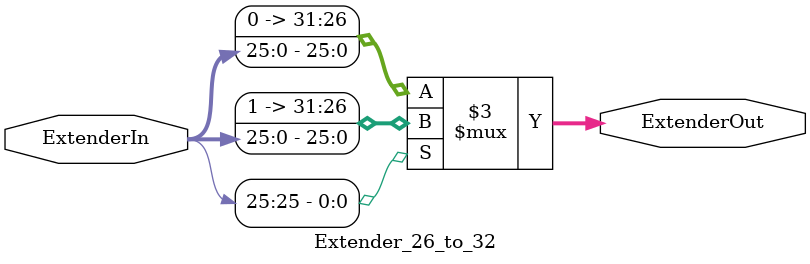
<source format=v>
module Extender_26_to_32 (ExtenderIn, ExtenderOut);

	input [25:0] ExtenderIn;
	output reg [31:0] ExtenderOut;
	
	always @ (*)
		begin
			if (ExtenderIn[25])
				ExtenderOut <= {6'b111111, ExtenderIn};
			else
				ExtenderOut <= {6'b0, ExtenderIn};
		end

endmodule	
	
	

</source>
